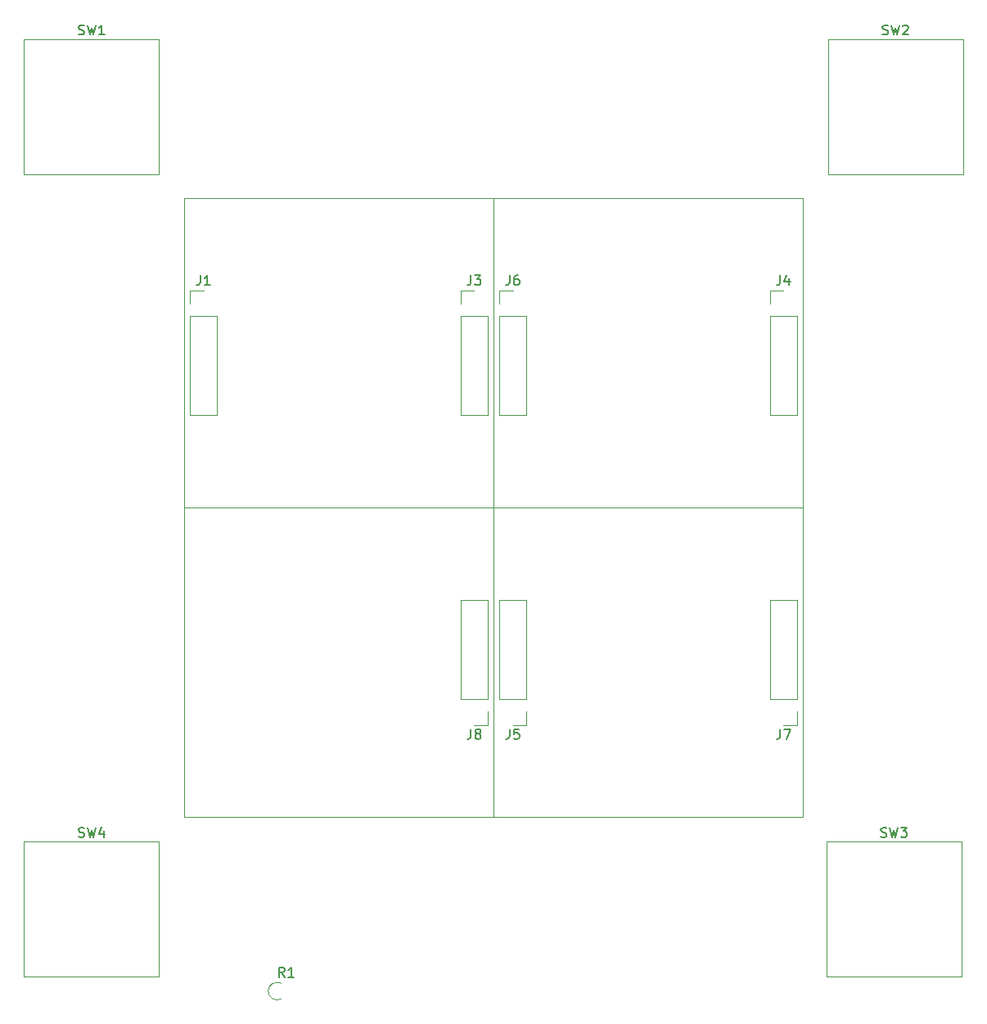
<source format=gbr>
%TF.GenerationSoftware,KiCad,Pcbnew,9.0.4*%
%TF.CreationDate,2025-08-31T14:54:27-04:00*%
%TF.ProjectId,wordclock,776f7264-636c-46f6-936b-2e6b69636164,rev?*%
%TF.SameCoordinates,Original*%
%TF.FileFunction,Legend,Top*%
%TF.FilePolarity,Positive*%
%FSLAX46Y46*%
G04 Gerber Fmt 4.6, Leading zero omitted, Abs format (unit mm)*
G04 Created by KiCad (PCBNEW 9.0.4) date 2025-08-31 14:54:27*
%MOMM*%
%LPD*%
G01*
G04 APERTURE LIST*
%ADD10C,0.100000*%
%ADD11C,0.150000*%
%ADD12C,0.120000*%
G04 APERTURE END LIST*
D10*
X140500000Y-95080000D02*
X172500000Y-95080000D01*
X172500000Y-127080000D01*
X140500000Y-127080000D01*
X140500000Y-95080000D01*
X140500000Y-63040000D02*
X172500000Y-63040000D01*
X172500000Y-95040000D01*
X140500000Y-95040000D01*
X140500000Y-63040000D01*
X108500000Y-95080000D02*
X140500000Y-95080000D01*
X140500000Y-127080000D01*
X108500000Y-127080000D01*
X108500000Y-95080000D01*
X108500000Y-63040000D02*
X140500000Y-63040000D01*
X140500000Y-95040000D01*
X108500000Y-95040000D01*
X108500000Y-63040000D01*
D11*
X170166666Y-71034819D02*
X170166666Y-71749104D01*
X170166666Y-71749104D02*
X170119047Y-71891961D01*
X170119047Y-71891961D02*
X170023809Y-71987200D01*
X170023809Y-71987200D02*
X169880952Y-72034819D01*
X169880952Y-72034819D02*
X169785714Y-72034819D01*
X171071428Y-71368152D02*
X171071428Y-72034819D01*
X170833333Y-70987200D02*
X170595238Y-71701485D01*
X170595238Y-71701485D02*
X171214285Y-71701485D01*
X142166666Y-117994819D02*
X142166666Y-118709104D01*
X142166666Y-118709104D02*
X142119047Y-118851961D01*
X142119047Y-118851961D02*
X142023809Y-118947200D01*
X142023809Y-118947200D02*
X141880952Y-118994819D01*
X141880952Y-118994819D02*
X141785714Y-118994819D01*
X143119047Y-117994819D02*
X142642857Y-117994819D01*
X142642857Y-117994819D02*
X142595238Y-118471009D01*
X142595238Y-118471009D02*
X142642857Y-118423390D01*
X142642857Y-118423390D02*
X142738095Y-118375771D01*
X142738095Y-118375771D02*
X142976190Y-118375771D01*
X142976190Y-118375771D02*
X143071428Y-118423390D01*
X143071428Y-118423390D02*
X143119047Y-118471009D01*
X143119047Y-118471009D02*
X143166666Y-118566247D01*
X143166666Y-118566247D02*
X143166666Y-118804342D01*
X143166666Y-118804342D02*
X143119047Y-118899580D01*
X143119047Y-118899580D02*
X143071428Y-118947200D01*
X143071428Y-118947200D02*
X142976190Y-118994819D01*
X142976190Y-118994819D02*
X142738095Y-118994819D01*
X142738095Y-118994819D02*
X142642857Y-118947200D01*
X142642857Y-118947200D02*
X142595238Y-118899580D01*
X142166666Y-71034819D02*
X142166666Y-71749104D01*
X142166666Y-71749104D02*
X142119047Y-71891961D01*
X142119047Y-71891961D02*
X142023809Y-71987200D01*
X142023809Y-71987200D02*
X141880952Y-72034819D01*
X141880952Y-72034819D02*
X141785714Y-72034819D01*
X143071428Y-71034819D02*
X142880952Y-71034819D01*
X142880952Y-71034819D02*
X142785714Y-71082438D01*
X142785714Y-71082438D02*
X142738095Y-71130057D01*
X142738095Y-71130057D02*
X142642857Y-71272914D01*
X142642857Y-71272914D02*
X142595238Y-71463390D01*
X142595238Y-71463390D02*
X142595238Y-71844342D01*
X142595238Y-71844342D02*
X142642857Y-71939580D01*
X142642857Y-71939580D02*
X142690476Y-71987200D01*
X142690476Y-71987200D02*
X142785714Y-72034819D01*
X142785714Y-72034819D02*
X142976190Y-72034819D01*
X142976190Y-72034819D02*
X143071428Y-71987200D01*
X143071428Y-71987200D02*
X143119047Y-71939580D01*
X143119047Y-71939580D02*
X143166666Y-71844342D01*
X143166666Y-71844342D02*
X143166666Y-71606247D01*
X143166666Y-71606247D02*
X143119047Y-71511009D01*
X143119047Y-71511009D02*
X143071428Y-71463390D01*
X143071428Y-71463390D02*
X142976190Y-71415771D01*
X142976190Y-71415771D02*
X142785714Y-71415771D01*
X142785714Y-71415771D02*
X142690476Y-71463390D01*
X142690476Y-71463390D02*
X142642857Y-71511009D01*
X142642857Y-71511009D02*
X142595238Y-71606247D01*
X180586667Y-129113200D02*
X180729524Y-129160819D01*
X180729524Y-129160819D02*
X180967619Y-129160819D01*
X180967619Y-129160819D02*
X181062857Y-129113200D01*
X181062857Y-129113200D02*
X181110476Y-129065580D01*
X181110476Y-129065580D02*
X181158095Y-128970342D01*
X181158095Y-128970342D02*
X181158095Y-128875104D01*
X181158095Y-128875104D02*
X181110476Y-128779866D01*
X181110476Y-128779866D02*
X181062857Y-128732247D01*
X181062857Y-128732247D02*
X180967619Y-128684628D01*
X180967619Y-128684628D02*
X180777143Y-128637009D01*
X180777143Y-128637009D02*
X180681905Y-128589390D01*
X180681905Y-128589390D02*
X180634286Y-128541771D01*
X180634286Y-128541771D02*
X180586667Y-128446533D01*
X180586667Y-128446533D02*
X180586667Y-128351295D01*
X180586667Y-128351295D02*
X180634286Y-128256057D01*
X180634286Y-128256057D02*
X180681905Y-128208438D01*
X180681905Y-128208438D02*
X180777143Y-128160819D01*
X180777143Y-128160819D02*
X181015238Y-128160819D01*
X181015238Y-128160819D02*
X181158095Y-128208438D01*
X181491429Y-128160819D02*
X181729524Y-129160819D01*
X181729524Y-129160819D02*
X181920000Y-128446533D01*
X181920000Y-128446533D02*
X182110476Y-129160819D01*
X182110476Y-129160819D02*
X182348572Y-128160819D01*
X182634286Y-128160819D02*
X183253333Y-128160819D01*
X183253333Y-128160819D02*
X182920000Y-128541771D01*
X182920000Y-128541771D02*
X183062857Y-128541771D01*
X183062857Y-128541771D02*
X183158095Y-128589390D01*
X183158095Y-128589390D02*
X183205714Y-128637009D01*
X183205714Y-128637009D02*
X183253333Y-128732247D01*
X183253333Y-128732247D02*
X183253333Y-128970342D01*
X183253333Y-128970342D02*
X183205714Y-129065580D01*
X183205714Y-129065580D02*
X183158095Y-129113200D01*
X183158095Y-129113200D02*
X183062857Y-129160819D01*
X183062857Y-129160819D02*
X182777143Y-129160819D01*
X182777143Y-129160819D02*
X182681905Y-129113200D01*
X182681905Y-129113200D02*
X182634286Y-129065580D01*
X110166666Y-71034819D02*
X110166666Y-71749104D01*
X110166666Y-71749104D02*
X110119047Y-71891961D01*
X110119047Y-71891961D02*
X110023809Y-71987200D01*
X110023809Y-71987200D02*
X109880952Y-72034819D01*
X109880952Y-72034819D02*
X109785714Y-72034819D01*
X111166666Y-72034819D02*
X110595238Y-72034819D01*
X110880952Y-72034819D02*
X110880952Y-71034819D01*
X110880952Y-71034819D02*
X110785714Y-71177676D01*
X110785714Y-71177676D02*
X110690476Y-71272914D01*
X110690476Y-71272914D02*
X110595238Y-71320533D01*
X138166666Y-117994819D02*
X138166666Y-118709104D01*
X138166666Y-118709104D02*
X138119047Y-118851961D01*
X138119047Y-118851961D02*
X138023809Y-118947200D01*
X138023809Y-118947200D02*
X137880952Y-118994819D01*
X137880952Y-118994819D02*
X137785714Y-118994819D01*
X138785714Y-118423390D02*
X138690476Y-118375771D01*
X138690476Y-118375771D02*
X138642857Y-118328152D01*
X138642857Y-118328152D02*
X138595238Y-118232914D01*
X138595238Y-118232914D02*
X138595238Y-118185295D01*
X138595238Y-118185295D02*
X138642857Y-118090057D01*
X138642857Y-118090057D02*
X138690476Y-118042438D01*
X138690476Y-118042438D02*
X138785714Y-117994819D01*
X138785714Y-117994819D02*
X138976190Y-117994819D01*
X138976190Y-117994819D02*
X139071428Y-118042438D01*
X139071428Y-118042438D02*
X139119047Y-118090057D01*
X139119047Y-118090057D02*
X139166666Y-118185295D01*
X139166666Y-118185295D02*
X139166666Y-118232914D01*
X139166666Y-118232914D02*
X139119047Y-118328152D01*
X139119047Y-118328152D02*
X139071428Y-118375771D01*
X139071428Y-118375771D02*
X138976190Y-118423390D01*
X138976190Y-118423390D02*
X138785714Y-118423390D01*
X138785714Y-118423390D02*
X138690476Y-118471009D01*
X138690476Y-118471009D02*
X138642857Y-118518628D01*
X138642857Y-118518628D02*
X138595238Y-118613866D01*
X138595238Y-118613866D02*
X138595238Y-118804342D01*
X138595238Y-118804342D02*
X138642857Y-118899580D01*
X138642857Y-118899580D02*
X138690476Y-118947200D01*
X138690476Y-118947200D02*
X138785714Y-118994819D01*
X138785714Y-118994819D02*
X138976190Y-118994819D01*
X138976190Y-118994819D02*
X139071428Y-118947200D01*
X139071428Y-118947200D02*
X139119047Y-118899580D01*
X139119047Y-118899580D02*
X139166666Y-118804342D01*
X139166666Y-118804342D02*
X139166666Y-118613866D01*
X139166666Y-118613866D02*
X139119047Y-118518628D01*
X139119047Y-118518628D02*
X139071428Y-118471009D01*
X139071428Y-118471009D02*
X138976190Y-118423390D01*
X97586667Y-129113200D02*
X97729524Y-129160819D01*
X97729524Y-129160819D02*
X97967619Y-129160819D01*
X97967619Y-129160819D02*
X98062857Y-129113200D01*
X98062857Y-129113200D02*
X98110476Y-129065580D01*
X98110476Y-129065580D02*
X98158095Y-128970342D01*
X98158095Y-128970342D02*
X98158095Y-128875104D01*
X98158095Y-128875104D02*
X98110476Y-128779866D01*
X98110476Y-128779866D02*
X98062857Y-128732247D01*
X98062857Y-128732247D02*
X97967619Y-128684628D01*
X97967619Y-128684628D02*
X97777143Y-128637009D01*
X97777143Y-128637009D02*
X97681905Y-128589390D01*
X97681905Y-128589390D02*
X97634286Y-128541771D01*
X97634286Y-128541771D02*
X97586667Y-128446533D01*
X97586667Y-128446533D02*
X97586667Y-128351295D01*
X97586667Y-128351295D02*
X97634286Y-128256057D01*
X97634286Y-128256057D02*
X97681905Y-128208438D01*
X97681905Y-128208438D02*
X97777143Y-128160819D01*
X97777143Y-128160819D02*
X98015238Y-128160819D01*
X98015238Y-128160819D02*
X98158095Y-128208438D01*
X98491429Y-128160819D02*
X98729524Y-129160819D01*
X98729524Y-129160819D02*
X98920000Y-128446533D01*
X98920000Y-128446533D02*
X99110476Y-129160819D01*
X99110476Y-129160819D02*
X99348572Y-128160819D01*
X100158095Y-128494152D02*
X100158095Y-129160819D01*
X99920000Y-128113200D02*
X99681905Y-128827485D01*
X99681905Y-128827485D02*
X100300952Y-128827485D01*
X118883333Y-143614819D02*
X118550000Y-143138628D01*
X118311905Y-143614819D02*
X118311905Y-142614819D01*
X118311905Y-142614819D02*
X118692857Y-142614819D01*
X118692857Y-142614819D02*
X118788095Y-142662438D01*
X118788095Y-142662438D02*
X118835714Y-142710057D01*
X118835714Y-142710057D02*
X118883333Y-142805295D01*
X118883333Y-142805295D02*
X118883333Y-142948152D01*
X118883333Y-142948152D02*
X118835714Y-143043390D01*
X118835714Y-143043390D02*
X118788095Y-143091009D01*
X118788095Y-143091009D02*
X118692857Y-143138628D01*
X118692857Y-143138628D02*
X118311905Y-143138628D01*
X119835714Y-143614819D02*
X119264286Y-143614819D01*
X119550000Y-143614819D02*
X119550000Y-142614819D01*
X119550000Y-142614819D02*
X119454762Y-142757676D01*
X119454762Y-142757676D02*
X119359524Y-142852914D01*
X119359524Y-142852914D02*
X119264286Y-142900533D01*
X138166666Y-71034819D02*
X138166666Y-71749104D01*
X138166666Y-71749104D02*
X138119047Y-71891961D01*
X138119047Y-71891961D02*
X138023809Y-71987200D01*
X138023809Y-71987200D02*
X137880952Y-72034819D01*
X137880952Y-72034819D02*
X137785714Y-72034819D01*
X138547619Y-71034819D02*
X139166666Y-71034819D01*
X139166666Y-71034819D02*
X138833333Y-71415771D01*
X138833333Y-71415771D02*
X138976190Y-71415771D01*
X138976190Y-71415771D02*
X139071428Y-71463390D01*
X139071428Y-71463390D02*
X139119047Y-71511009D01*
X139119047Y-71511009D02*
X139166666Y-71606247D01*
X139166666Y-71606247D02*
X139166666Y-71844342D01*
X139166666Y-71844342D02*
X139119047Y-71939580D01*
X139119047Y-71939580D02*
X139071428Y-71987200D01*
X139071428Y-71987200D02*
X138976190Y-72034819D01*
X138976190Y-72034819D02*
X138690476Y-72034819D01*
X138690476Y-72034819D02*
X138595238Y-71987200D01*
X138595238Y-71987200D02*
X138547619Y-71939580D01*
X170166666Y-117994819D02*
X170166666Y-118709104D01*
X170166666Y-118709104D02*
X170119047Y-118851961D01*
X170119047Y-118851961D02*
X170023809Y-118947200D01*
X170023809Y-118947200D02*
X169880952Y-118994819D01*
X169880952Y-118994819D02*
X169785714Y-118994819D01*
X170547619Y-117994819D02*
X171214285Y-117994819D01*
X171214285Y-117994819D02*
X170785714Y-118994819D01*
X180746667Y-46113200D02*
X180889524Y-46160819D01*
X180889524Y-46160819D02*
X181127619Y-46160819D01*
X181127619Y-46160819D02*
X181222857Y-46113200D01*
X181222857Y-46113200D02*
X181270476Y-46065580D01*
X181270476Y-46065580D02*
X181318095Y-45970342D01*
X181318095Y-45970342D02*
X181318095Y-45875104D01*
X181318095Y-45875104D02*
X181270476Y-45779866D01*
X181270476Y-45779866D02*
X181222857Y-45732247D01*
X181222857Y-45732247D02*
X181127619Y-45684628D01*
X181127619Y-45684628D02*
X180937143Y-45637009D01*
X180937143Y-45637009D02*
X180841905Y-45589390D01*
X180841905Y-45589390D02*
X180794286Y-45541771D01*
X180794286Y-45541771D02*
X180746667Y-45446533D01*
X180746667Y-45446533D02*
X180746667Y-45351295D01*
X180746667Y-45351295D02*
X180794286Y-45256057D01*
X180794286Y-45256057D02*
X180841905Y-45208438D01*
X180841905Y-45208438D02*
X180937143Y-45160819D01*
X180937143Y-45160819D02*
X181175238Y-45160819D01*
X181175238Y-45160819D02*
X181318095Y-45208438D01*
X181651429Y-45160819D02*
X181889524Y-46160819D01*
X181889524Y-46160819D02*
X182080000Y-45446533D01*
X182080000Y-45446533D02*
X182270476Y-46160819D01*
X182270476Y-46160819D02*
X182508572Y-45160819D01*
X182841905Y-45256057D02*
X182889524Y-45208438D01*
X182889524Y-45208438D02*
X182984762Y-45160819D01*
X182984762Y-45160819D02*
X183222857Y-45160819D01*
X183222857Y-45160819D02*
X183318095Y-45208438D01*
X183318095Y-45208438D02*
X183365714Y-45256057D01*
X183365714Y-45256057D02*
X183413333Y-45351295D01*
X183413333Y-45351295D02*
X183413333Y-45446533D01*
X183413333Y-45446533D02*
X183365714Y-45589390D01*
X183365714Y-45589390D02*
X182794286Y-46160819D01*
X182794286Y-46160819D02*
X183413333Y-46160819D01*
X97586667Y-46113200D02*
X97729524Y-46160819D01*
X97729524Y-46160819D02*
X97967619Y-46160819D01*
X97967619Y-46160819D02*
X98062857Y-46113200D01*
X98062857Y-46113200D02*
X98110476Y-46065580D01*
X98110476Y-46065580D02*
X98158095Y-45970342D01*
X98158095Y-45970342D02*
X98158095Y-45875104D01*
X98158095Y-45875104D02*
X98110476Y-45779866D01*
X98110476Y-45779866D02*
X98062857Y-45732247D01*
X98062857Y-45732247D02*
X97967619Y-45684628D01*
X97967619Y-45684628D02*
X97777143Y-45637009D01*
X97777143Y-45637009D02*
X97681905Y-45589390D01*
X97681905Y-45589390D02*
X97634286Y-45541771D01*
X97634286Y-45541771D02*
X97586667Y-45446533D01*
X97586667Y-45446533D02*
X97586667Y-45351295D01*
X97586667Y-45351295D02*
X97634286Y-45256057D01*
X97634286Y-45256057D02*
X97681905Y-45208438D01*
X97681905Y-45208438D02*
X97777143Y-45160819D01*
X97777143Y-45160819D02*
X98015238Y-45160819D01*
X98015238Y-45160819D02*
X98158095Y-45208438D01*
X98491429Y-45160819D02*
X98729524Y-46160819D01*
X98729524Y-46160819D02*
X98920000Y-45446533D01*
X98920000Y-45446533D02*
X99110476Y-46160819D01*
X99110476Y-46160819D02*
X99348572Y-45160819D01*
X100253333Y-46160819D02*
X99681905Y-46160819D01*
X99967619Y-46160819D02*
X99967619Y-45160819D01*
X99967619Y-45160819D02*
X99872381Y-45303676D01*
X99872381Y-45303676D02*
X99777143Y-45398914D01*
X99777143Y-45398914D02*
X99681905Y-45446533D01*
D12*
%TO.C,J4*%
X169120000Y-72580000D02*
X170500000Y-72580000D01*
X169120000Y-73960000D02*
X169120000Y-72580000D01*
X169120000Y-75230000D02*
X169120000Y-85500000D01*
X169120000Y-75230000D02*
X171880000Y-75230000D01*
X169120000Y-85500000D02*
X171880000Y-85500000D01*
X171880000Y-75230000D02*
X171880000Y-85500000D01*
%TO.C,J5*%
X141120000Y-114890000D02*
X141120000Y-104620000D01*
X143880000Y-104620000D02*
X141120000Y-104620000D01*
X143880000Y-114890000D02*
X141120000Y-114890000D01*
X143880000Y-114890000D02*
X143880000Y-104620000D01*
X143880000Y-116160000D02*
X143880000Y-117540000D01*
X143880000Y-117540000D02*
X142500000Y-117540000D01*
%TO.C,J6*%
X141120000Y-72580000D02*
X142500000Y-72580000D01*
X141120000Y-73960000D02*
X141120000Y-72580000D01*
X141120000Y-75230000D02*
X141120000Y-85500000D01*
X141120000Y-75230000D02*
X143880000Y-75230000D01*
X141120000Y-85500000D02*
X143880000Y-85500000D01*
X143880000Y-75230000D02*
X143880000Y-85500000D01*
%TO.C,SW3*%
X174935000Y-129595000D02*
X188905000Y-129595000D01*
X174935000Y-143565000D02*
X174935000Y-129595000D01*
X188905000Y-129595000D02*
X188905000Y-143565000D01*
X188905000Y-143565000D02*
X174935000Y-143565000D01*
%TO.C,J1*%
X109120000Y-72580000D02*
X110500000Y-72580000D01*
X109120000Y-73960000D02*
X109120000Y-72580000D01*
X109120000Y-75230000D02*
X109120000Y-85500000D01*
X109120000Y-75230000D02*
X111880000Y-75230000D01*
X109120000Y-85500000D02*
X111880000Y-85500000D01*
X111880000Y-75230000D02*
X111880000Y-85500000D01*
%TO.C,J8*%
X137120000Y-114890000D02*
X137120000Y-104620000D01*
X139880000Y-104620000D02*
X137120000Y-104620000D01*
X139880000Y-114890000D02*
X137120000Y-114890000D01*
X139880000Y-114890000D02*
X139880000Y-104620000D01*
X139880000Y-116160000D02*
X139880000Y-117540000D01*
X139880000Y-117540000D02*
X138500000Y-117540000D01*
%TO.C,SW4*%
X91935000Y-129595000D02*
X105905000Y-129595000D01*
X91935000Y-143565000D02*
X91935000Y-129595000D01*
X105905000Y-129595000D02*
X105905000Y-143565000D01*
X105905000Y-143565000D02*
X91935000Y-143565000D01*
%TO.C,R1*%
X118517133Y-145900000D02*
G75*
G02*
X118517133Y-144260000I-417133J820000D01*
G01*
%TO.C,J3*%
X137120000Y-72580000D02*
X138500000Y-72580000D01*
X137120000Y-73960000D02*
X137120000Y-72580000D01*
X137120000Y-75230000D02*
X137120000Y-85500000D01*
X137120000Y-75230000D02*
X139880000Y-75230000D01*
X137120000Y-85500000D02*
X139880000Y-85500000D01*
X139880000Y-75230000D02*
X139880000Y-85500000D01*
%TO.C,J7*%
X169120000Y-114890000D02*
X169120000Y-104620000D01*
X171880000Y-104620000D02*
X169120000Y-104620000D01*
X171880000Y-114890000D02*
X169120000Y-114890000D01*
X171880000Y-114890000D02*
X171880000Y-104620000D01*
X171880000Y-116160000D02*
X171880000Y-117540000D01*
X171880000Y-117540000D02*
X170500000Y-117540000D01*
%TO.C,SW2*%
X175095000Y-46595000D02*
X189065000Y-46595000D01*
X175095000Y-60565000D02*
X175095000Y-46595000D01*
X189065000Y-46595000D02*
X189065000Y-60565000D01*
X189065000Y-60565000D02*
X175095000Y-60565000D01*
%TO.C,SW1*%
X91935000Y-46595000D02*
X105905000Y-46595000D01*
X91935000Y-60565000D02*
X91935000Y-46595000D01*
X105905000Y-46595000D02*
X105905000Y-60565000D01*
X105905000Y-60565000D02*
X91935000Y-60565000D01*
%TD*%
M02*

</source>
